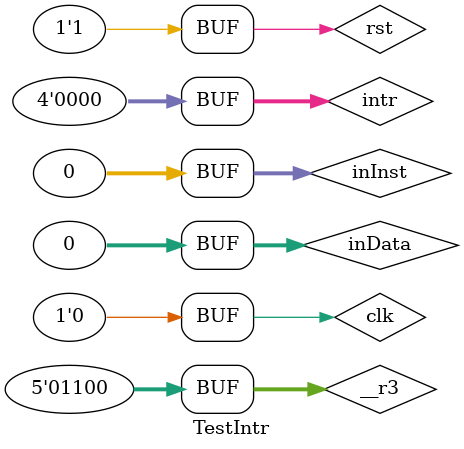
<source format=v>
`timescale 1ns / 1ps

`timescale 1ns / 1ps
//////////////////////////////////////////////////////////////////////////////////
// Company: 
// Engineer: 
// 
// Create Date: 2018/08/31 00:34:54
// Design Name: 
// Module Name: TestCPU
// Project Name: 
// Target Devices: 
// Tool Versions: 
// Description: 
// 
// Dependencies: 
// 
// Revision:
// Revision 0.01 - File Created
// Additional Comments:
// 
//////////////////////////////////////////////////////////////////////////////////

module TestIntr;

reg clk;
reg rst;
reg [31:0] inInst;
reg [31:0] inData;
reg [4:0] __r3;
reg [3:0] intr;

wire [31:0] addrInst;
wire [31:0] addrData;
wire [31:0] outData;
wire [31:0] __d3;
wire [31:0] __ir, __pc, __epc, __nextPC, __a, __b, __imm, __aluOpEX, __aluOutEX, __aluRes;
wire [1:0] __aluSrcA, __aluSrcB;
wire __shiftEX, __aluImmEX;
wire [2:0] __pcSrc;
wire __wpcir;
wire __storeEPC;
wire __epcSrc;
wire [4:0] __wdEX, __wdMEM, __wdWB;
wire [31:0] __wdataWB;
wire [3:0] __regWrite;
wire __mem2RegMEM;

wire memReadData;
wire memWriteData;

CPUPipeline cpu(
    clk,
    rst,
    intr,
    addrInst,
    inInst,
    memReadData,
    memWriteData,
    addrData,
    inData,
    outData,
    __r3,
    __d3,
    __ir,
    __pc,
    __epc,
    __nextPC,
    __a,
    __b,
    __imm,
    __aluOpEX,
    __aluOutEX,
    __aluRes,
    __aluSrcA,
    __aluSrcB,
    __shiftEX,
    __aluImmEX,
    __pcSrc,
    __wpcir,
    __epcSrc,
    __storeEPC,
    __wdEX,
    __wdMEM,
    __wdWB,
    __wdataWB,
    __regWrite,
    __mem2RegMEM
);

initial begin
    rst = 1'b0;
    __r3 = 5'b01100;
    intr = 4'b0000;
    inData = 0;
    inInst = 0;
    #0.5;
    rst = 1'b1;
    #0.5;
    
    // Initialize Inputs
    // Add stimulus here
    inInst = 32'h00000000;
    #1;
    inInst = 32'h00000000;
    #1;
    inInst = 32'h1000FFFF;
    #1;
    inInst = 32'h00000000;
    intr = 4'b0001;  // modify the intr code here
    #1;
    inInst = 32'h1000FFFF;
    intr = 4'b0000;  // modify the intr code here
    #1;
    inInst = 32'h00000000;
    #5;
    inInst = 32'b01000010000000000000000000011000;
    #1;
    inInst = 32'h0;
end

always begin
    clk = 1;
    #0.5;
    clk = 0;
    #0.5;
end

endmodule
</source>
